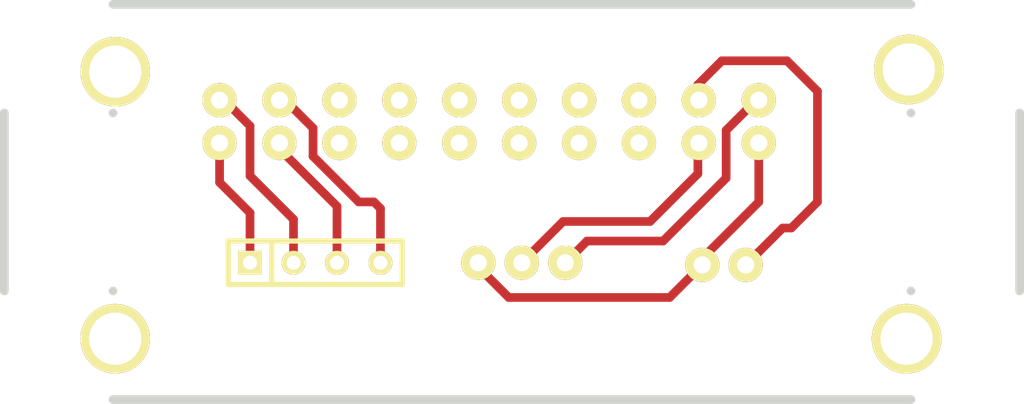
<source format=kicad_pcb>
(kicad_pcb (version 4) (host json2kicad_pcb "2020-04-13 11:59:18")

  (general
    (links 0)
    (no_connects 0)
    (area -28.575 -15.75 30.734 15.75)
    (thickness 1.6002)
    (drawings 0)
    (tracks 43)
    (zones 0)
    (modules 8)
    (nets 79)
  )

  (page A3)
  (title_block
    (date "30 dec 2015")
  )

  (layers
  (0 B.Cu signal)
  (1 Inner1.Cu signal)
  (2 Inner2.Cu signal)
  (15 F.Cu signal)
  (20 B.SilkS user)
  (21 F.SilkS user)
  (22 B.Paste user)
  (23 F.Paste user)
  (24 Dwgs.User user)
  (25 Cmts.User user)
  (26 Eco1.User user)
  (27 Eco2.User user)
  (28 Edge.Cuts user)
  (31 B.Cu signal)
  (32 B.Adhes user)
  (33 F.Adhes user)
  (34 B.Paste user)
  (35 F.Paste user)
  (36 B.SilkS user)
  (37 F.SilkS user)
  (38 B.Mask user)
  (39 F.Mask user)
  (40 Dwgs.User user)
  (41 Cmts.User user)
  (42 Eco1.User user)
  (43 Eco2.User user)
  (44 Edge.Cuts user)
  )

  (setup
(last_trace_width 0.254)
    (trace_clearance 0.254)
    (zone_clearance 0.508)
    (zone_45_only no)
    (trace_min 0.254)
    (segment_width 0.2)
    (edge_width 0.1)
    (via_size 1.19888)
    (via_drill 0.635)
    (via_min_size 0.889)
    (via_min_drill 0.508)
    (uvia_size 0.508)
    (uvia_drill 0.127)
    (uvias_allowed no)
    (uvia_min_size 0.508)
    (uvia_min_drill 0.127)
    (pcb_text_width 0.3)
    (pcb_text_size 1.5 1.5)
    (mod_edge_width 0.15)
    (mod_text_size 1 1)
    (mod_text_width 0.15)
    (pad_size 1.5 1.5)
    (pad_drill 0.6)
    (pad_to_mask_clearance 0)
    (aux_axis_origin 0 0)
    (visible_elements 7FFFFFFF)
    (pcbplotparams
      (layerselection 0x00030_80000001)
      (usegerberextensions true)
      (excludeedgelayer true)
      (linewidth 0.150000)
      (plotframeref false)
      (viasonmask false)
      (mode 1)
      (useauxorigin false)
      (hpglpennumber 1)
      (hpglpenspeed 20)
      (hpglpendiameter 15)
      (hpglpenoverlay 2)
      (psnegative false)
      (psa4output false)
      (plotreference true)
      (plotvalue true)
      (plotinvisibletext false)
      (padsonsilk false)
      (subtractmaskfromsilk false)
      (outputformat 1)
      (mirror false)
      (drillshape 1)
      (scaleselection 1)
      (outputdirectory ""))
  )

  (net 0 "")
  (net 1 "N-00001")
  (net 2 "N-00002")
  (net 3 "N-00003")
  (net 4 "N-00004")
  (net 5 "N-00005")
  (net 6 "N-00006")
  (net 7 "N-00007")
  (net 8 "N-00008")
  (net 9 "N-00009")
  (net 10 "N-00010")
  (net 11 "N-00011")
  (net 12 "N-00012")
  (net 13 "N-00013")
  (net 14 "N-00014")
  (net 15 "N-00015")
  (net 16 "N-00016")
  (net 17 "N-00017")
  (net 18 "N-00018")
  (net 19 "N-00019")
  (net 20 "N-00020")
  (net 21 "N-00021")
  (net 22 "N-00022")
  (net 23 "N-00023")
  (net 24 "N-00024")
  (net 25 "N-00025")
  (net 26 "N-00026")
  (net 27 "N-00027")
  (net 28 "N-00028")
  (net 29 "N-00029")
  (net 30 "N-00030")
  (net 31 "N-00031")
  (net 32 "N-00032")
  (net 33 "N-00033")
  (net 34 "N-00034")
  (net 35 "N-00035")
  (net 36 "N-00036")
  (net 37 "N-00037")
  (net 38 "N-00038")
  (net 39 "N-00039")
  (net 40 "N-00040")
  (net 41 "N-00041")
  (net 42 "N-00042")
  (net 43 "N-00043")
  (net 44 "N-00044")
  (net 45 "N-00045")
  (net 46 "N-00046")
  (net 47 "N-00047")
  (net 48 "N-00048")
  (net 49 "N-00049")
  (net 50 "N-00050")
  (net 51 "N-00051")
  (net 52 "N-00052")
  (net 53 "N-00053")
  (net 54 "N-00054")
  (net 55 "N-00055")
  (net 56 "N-00056")
  (net 57 "N-00057")
  (net 58 "N-00058")
  (net 59 "N-00059")
  (net 60 "N-00060")
  (net 61 "N-00061")
  (net 62 "N-00062")
  (net 63 "N-00063")
  (net 64 "N-00064")
  (net 65 "N-00065")
  (net 66 "N-00066")
  (net 67 "N-00067")
  (net 68 "N-00068")
  (net 69 "N-00069")
  (net 70 "N-00070")
  (net 75 "N-00075")
  (net 80 "N-00080")
  (net 76 "N-00076")
  (net 81 "N-00081")
  (net 82 "N-00082")
  (net 83 "N-00083")
  (net 84 "N-00084")
  (net 85 "N-00085")

  (net_class Default "This is the default net class."
    (via_dia 1.19888)
    (via_drill 0.635)
    (uvia_drill 0.127)
    (trace_width 0.254)
    (uvia_dia 0.508)
    (clearance 0.254)
    (add_net "")
    (add_net "N-00001")
    (add_net "N-00002")
    (add_net "N-00003")
    (add_net "N-00004")
    (add_net "N-00005")
    (add_net "N-00006")
    (add_net "N-00007")
    (add_net "N-00008")
    (add_net "N-00009")
    (add_net "N-00010")
    (add_net "N-00011")
    (add_net "N-00012")
    (add_net "N-00013")
    (add_net "N-00014")
    (add_net "N-00015")
    (add_net "N-00016")
    (add_net "N-00017")
    (add_net "N-00018")
    (add_net "N-00019")
    (add_net "N-00020")
    (add_net "N-00021")
    (add_net "N-00022")
    (add_net "N-00023")
    (add_net "N-00024")
    (add_net "N-00025")
    (add_net "N-00026")
    (add_net "N-00027")
    (add_net "N-00028")
    (add_net "N-00029")
    (add_net "N-00030")
    (add_net "N-00031")
    (add_net "N-00024")
    (add_net "N-00025")
    (add_net "N-00026")
    (add_net "N-00027")
    (add_net "N-00020")
    (add_net "N-00021")
    (add_net "N-00022")
    (add_net "N-00023")
    (add_net "N-00040")
    (add_net "N-00041")
    (add_net "N-00042")
    (add_net "N-00043")
    (add_net "N-00028")
    (add_net "N-00029")
    (add_net "N-00046")
    (add_net "N-00047")
    (add_net "N-00048")
    (add_net "")
    (add_net "N-00050")
    (add_net "N-00051")
    (add_net "N-00052")
    (add_net "N-00004")
    (add_net "N-00054")
    (add_net "N-00055")
    (add_net "N-00056")
    (add_net "N-00008")
    (add_net "N-00058")
    (add_net "N-00059")
    (add_net "N-00060")
    (add_net "N-00061")
    (add_net "N-00062")
    (add_net "N-00063")
    (add_net "N-00064")
    (add_net "N-00065")
    (add_net "N-00066")
    (add_net "N-00067")
    (add_net "N-00068")
    (add_net "N-00069")
    (add_net "N-00070")
    (add_net "N-00075")
    (add_net "N-00076")
    (add_net "N-00080")
    (add_net "N-00081")
    (add_net "N-00082")
    (add_net "N-00083")
    (add_net "N-00084")
    (add_net "N-00085")
    (add_net "N-00059")
    (add_net "N-00058")
    (add_net "N-00055")
    (add_net "N-00054")
    (add_net "N-00057")
    (add_net "N-00056")
    (add_net "N-00051")
    (add_net "N-00050")
    (add_net "N-00053")
    (add_net "N-00052")
    (add_net "N-00082")
    (add_net "N-00039")
    (add_net "N-00080")
    (add_net "N-00081")
    (add_net "N-00084")
    (add_net "N-00085")
    (add_net "N-00003")
    (add_net "N-00007")
    (add_net "N-00032")
    (add_net "N-00033")
    (add_net "N-00034")
    (add_net "N-00035")
    (add_net "N-00036")
    (add_net "N-00037")
    (add_net "N-00039")
    (add_net "N-00038")
    (add_net "N-00038")
    (add_net "N-00033")
    (add_net "N-00032")
    (add_net "N-00031")
    (add_net "N-00030")
    (add_net "N-00037")
    (add_net "N-00036")
    (add_net "N-00035")
    (add_net "N-00034")
    (add_net "N-00044")
    (add_net "N-00045")
    (add_net "N-00060")
    (add_net "N-00061")
    (add_net "N-00062")
    (add_net "N-00063")
    (add_net "N-00064")
    (add_net "N-00065")
    (add_net "N-00066")
    (add_net "N-00067")
    (add_net "N-00068")
    (add_net "N-00069")
    (add_net "N-00049")
    (add_net "N-00002")
    (add_net "N-00006")
    (add_net "N-00053")
    (add_net "N-00057")
    (add_net "N-00011")
    (add_net "N-00010")
    (add_net "N-00013")
    (add_net "N-00012")
    (add_net "N-00015")
    (add_net "N-00014")
    (add_net "N-00017")
    (add_net "N-00016")
    (add_net "N-00019")
    (add_net "N-00018")
    (add_net "N-00083")
    (add_net "N-00048")
    (add_net "N-00049")
    (add_net "N-00046")
    (add_net "N-00047")
    (add_net "N-00044")
    (add_net "N-00045")
    (add_net "N-00042")
    (add_net "N-00043")
    (add_net "N-00040")
    (add_net "N-00041")
    (add_net "N-00001")
    (add_net "N-00005")
    (add_net "N-00009")
    (add_net "N-00076")
    (add_net "N-00075")
    (add_net "N-00070")
  )
  (module "meow"
    (layer "F.Cu")
    (tedit 0)
    (tstamp 0)
    (at -0.254 -7.366 90.00)
    (fp_text reference ""
      (at 0.0 0.0 0.00)
      (layer F.SilkS)
      (effects (font (size 0.0 0.0)
        (thickness 0.0)))
    )
    (fp_text reference ""
      (at 0.0 0.0 0.00)
      (layer F.SilkS)
      (effects (font (size 0.0 0.0)
        (thickness 0.0)))
    )
    (pad 1 thru_hole circle (at -1.25 -15.75 90.00) (size 2.0 2.0) (drill 1.0) (layers "B.Cu" "Inner1.Cu" "Inner2.Cu" "F.Cu" "F.SilkS" "B.Paste" "F.Paste") (net 51 N-00051))
    (pad 2 thru_hole circle (at 1.25 -15.75 90.00) (size 2.0 2.0) (drill 1.0) (layers "B.Cu" "Inner1.Cu" "Inner2.Cu" "F.Cu" "F.SilkS" "B.Paste" "F.Paste") (net 52 N-00052))
    (pad 3 thru_hole circle (at -1.25 -12.25 90.00) (size 2.0 2.0) (drill 1.0) (layers "B.Cu" "Inner1.Cu" "Inner2.Cu" "F.Cu" "F.SilkS" "B.Paste" "F.Paste") (net 53 N-00053))
    (pad 4 thru_hole circle (at 1.25 -12.25 90.00) (size 2.0 2.0) (drill 1.0) (layers "B.Cu" "Inner1.Cu" "Inner2.Cu" "F.Cu" "F.SilkS" "B.Paste" "F.Paste") (net 54 N-00054))
    (pad 5 thru_hole circle (at -1.25 -8.75 90.00) (size 2.0 2.0) (drill 1.0) (layers "B.Cu" "Inner1.Cu" "Inner2.Cu" "F.Cu" "F.SilkS" "B.Paste" "F.Paste") (net 55 N-00055))
    (pad 6 thru_hole circle (at 1.25 -8.75 90.00) (size 2.0 2.0) (drill 1.0) (layers "B.Cu" "Inner1.Cu" "Inner2.Cu" "F.Cu" "F.SilkS" "B.Paste" "F.Paste") (net 56 N-00056))
    (pad 7 thru_hole circle (at -1.25 -5.25 90.00) (size 2.0 2.0) (drill 1.0) (layers "B.Cu" "Inner1.Cu" "Inner2.Cu" "F.Cu" "F.SilkS" "B.Paste" "F.Paste") (net 57 N-00057))
    (pad 8 thru_hole circle (at 1.25 -5.25 90.00) (size 2.0 2.0) (drill 1.0) (layers "B.Cu" "Inner1.Cu" "Inner2.Cu" "F.Cu" "F.SilkS" "B.Paste" "F.Paste") (net 58 N-00058))
    (pad 9 thru_hole circle (at -1.25 -1.75 90.00) (size 2.0 2.0) (drill 1.0) (layers "B.Cu" "Inner1.Cu" "Inner2.Cu" "F.Cu" "F.SilkS" "B.Paste" "F.Paste") (net 59 N-00059))
    (pad 10 thru_hole circle (at 1.25 -1.75 90.00) (size 2.0 2.0) (drill 1.0) (layers "B.Cu" "Inner1.Cu" "Inner2.Cu" "F.Cu" "F.SilkS" "B.Paste" "F.Paste") (net 60 N-00060))
    (pad 11 thru_hole circle (at -1.25 1.75 90.00) (size 2.0 2.0) (drill 1.0) (layers "B.Cu" "Inner1.Cu" "Inner2.Cu" "F.Cu" "F.SilkS" "B.Paste" "F.Paste") (net 61 N-00061))
    (pad 12 thru_hole circle (at 1.25 1.75 90.00) (size 2.0 2.0) (drill 1.0) (layers "B.Cu" "Inner1.Cu" "Inner2.Cu" "F.Cu" "F.SilkS" "B.Paste" "F.Paste") (net 62 N-00062))
    (pad 13 thru_hole circle (at -1.25 5.25 90.00) (size 2.0 2.0) (drill 1.0) (layers "B.Cu" "Inner1.Cu" "Inner2.Cu" "F.Cu" "F.SilkS" "B.Paste" "F.Paste") (net 63 N-00063))
    (pad 14 thru_hole circle (at 1.25 5.25 90.00) (size 2.0 2.0) (drill 1.0) (layers "B.Cu" "Inner1.Cu" "Inner2.Cu" "F.Cu" "F.SilkS" "B.Paste" "F.Paste") (net 64 N-00064))
    (pad 15 thru_hole circle (at -1.25 8.75 90.00) (size 2.0 2.0) (drill 1.0) (layers "B.Cu" "Inner1.Cu" "Inner2.Cu" "F.Cu" "F.SilkS" "B.Paste" "F.Paste") (net 65 N-00065))
    (pad 16 thru_hole circle (at 1.25 8.75 90.00) (size 2.0 2.0) (drill 1.0) (layers "B.Cu" "Inner1.Cu" "Inner2.Cu" "F.Cu" "F.SilkS" "B.Paste" "F.Paste") (net 66 N-00066))
    (pad 17 thru_hole circle (at -1.25 12.25 90.00) (size 2.0 2.0) (drill 1.0) (layers "B.Cu" "Inner1.Cu" "Inner2.Cu" "F.Cu" "F.SilkS" "B.Paste" "F.Paste") (net 67 N-00067))
    (pad 18 thru_hole circle (at 1.25 12.25 90.00) (size 2.0 2.0) (drill 1.0) (layers "B.Cu" "Inner1.Cu" "Inner2.Cu" "F.Cu" "F.SilkS" "B.Paste" "F.Paste") (net 68 N-00068))
    (pad 19 thru_hole circle (at -1.25 15.75 90.00) (size 2.0 2.0) (drill 1.0) (layers "B.Cu" "Inner1.Cu" "Inner2.Cu" "F.Cu" "F.SilkS" "B.Paste" "F.Paste") (net 69 N-00069))
    (pad 20 thru_hole circle (at 1.25 15.75 90.00) (size 2.0 2.0) (drill 1.0) (layers "B.Cu" "Inner1.Cu" "Inner2.Cu" "F.Cu" "F.SilkS" "B.Paste" "F.Paste") (net 70 N-00070))
  )

  (module "meow"
    (layer "F.Cu")
    (tedit 0)
    (tstamp 0)
    (at 1.651 0.889 90.00)
    (fp_text reference ""
      (at 0.0 0.0 0.00)
      (layer F.SilkS)
      (effects (font (size 0.0 0.0)
        (thickness 0.0)))
    )
    (fp_text reference ""
      (at 0.0 0.0 0.00)
      (layer F.SilkS)
      (effects (font (size 0.0 0.0)
        (thickness 0.0)))
    )
    (pad 1 thru_hole circle (at 0.0 -2.54 90.00) (size 2.0 2.0) (drill 1.0) (layers "B.Cu" "Inner1.Cu" "Inner2.Cu" "F.Cu" "F.SilkS" "B.Paste" "F.Paste") (net 69 N-00069))
    (pad 2 thru_hole circle (at 0.0 0.0 90.00) (size 2.0 2.0) (drill 1.0) (layers "B.Cu" "Inner1.Cu" "Inner2.Cu" "F.Cu" "F.SilkS" "B.Paste" "F.Paste") (net 67 N-00067))
    (pad 3 thru_hole circle (at 0.0 2.54 90.00) (size 2.0 2.0) (drill 1.0) (layers "B.Cu" "Inner1.Cu" "Inner2.Cu" "F.Cu" "F.SilkS" "B.Paste" "F.Paste") (net 70 N-00070))
  )

  (segment (start 10.287 2.921) (end 12.192 1.016) (width 0.508) (layer B.Cu) (net 69))
  (module "meow"
    (layer "F.Cu")
    (tedit 0)
    (tstamp 0)
    (at 13.462 1.016 90.00)
    (fp_text reference ""
      (at 0.0 0.0 0.00)
      (layer F.SilkS)
      (effects (font (size 0.0 0.0)
        (thickness 0.0)))
    )
    (fp_text reference ""
      (at 0.0 0.0 0.00)
      (layer F.SilkS)
      (effects (font (size 0.0 0.0)
        (thickness 0.0)))
    )
    (pad 1 thru_hole circle (at 0.0 -1.27 90.00) (size 2.0 2.0) (drill 1.0) (layers "B.Cu" "Inner1.Cu" "Inner2.Cu" "F.Cu" "F.SilkS" "B.Paste" "F.Paste") (net 69 N-00069))
    (pad 2 thru_hole circle (at 0.0 1.27 90.00) (size 2.0 2.0) (drill 1.0) (layers "B.Cu" "Inner1.Cu" "Inner2.Cu" "F.Cu" "F.SilkS" "B.Paste" "F.Paste") (net 68 N-00068))
  )

  (segment (start 11.938 -8.636) (end 11.938 -9.525) (width 0.508) (layer B.Cu) (net 68))
  (segment (start 11.938 -9.525) (end 13.335 -10.922) (width 0.508) (layer B.Cu) (net 68))
  (segment (start 13.335 -10.922) (end 17.145 -10.922) (width 0.508) (layer B.Cu) (net 68))
  (segment (start 17.145 -10.922) (end 18.923 -9.144) (width 0.508) (layer B.Cu) (net 68))
  (segment (start 18.923 -9.144) (end 18.923 -2.667) (width 0.508) (layer B.Cu) (net 68))
  (segment (start 18.923 -2.667) (end 17.399 -1.143) (width 0.508) (layer B.Cu) (net 68))
  (segment (start 17.399 -1.143) (end 16.891 -1.143) (width 0.508) (layer B.Cu) (net 68))
  (segment (start 16.891 -1.143) (end 14.732 1.016) (width 0.508) (layer B.Cu) (net 68))
  (segment (start 15.494 -6.096) (end 15.494 -2.667) (width 0.508) (layer B.Cu) (net 69))
  (segment (start 15.494 -2.667) (end 12.192 0.635) (width 0.508) (layer B.Cu) (net 69))
  (segment (start 12.192 0.635) (end 12.192 1.016) (width 0.508) (layer B.Cu) (net 69))
  (segment (start 15.494 -8.636) (end 15.367 -8.636) (width 0.508) (layer B.Cu) (net 70))
  (segment (start 15.367 -8.636) (end 13.589 -6.858) (width 0.508) (layer B.Cu) (net 70))
  (segment (start 13.589 -6.858) (end 13.589 -4.064) (width 0.508) (layer B.Cu) (net 70))
  (segment (start 13.589 -4.064) (end 9.906 -0.381) (width 0.508) (layer B.Cu) (net 70))
  (segment (start 9.906 -0.381) (end 5.461 -0.381) (width 0.508) (layer B.Cu) (net 70))
  (segment (start 5.461 -0.381) (end 4.191 0.889) (width 0.508) (layer B.Cu) (net 70))
  (segment (start 11.938 -6.096) (end 11.938 -4.318) (width 0.508) (layer B.Cu) (net 67))
  (segment (start 11.938 -4.318) (end 9.144 -1.524) (width 0.508) (layer B.Cu) (net 67))
  (segment (start 9.144 -1.524) (end 4.064 -1.524) (width 0.508) (layer B.Cu) (net 67))
  (segment (start 4.064 -1.524) (end 1.651 0.889) (width 0.508) (layer B.Cu) (net 67))
  (segment (start -0.889 0.889) (end -0.889 1.143) (width 0.508) (layer B.Cu) (net 69))
  (segment (start -0.889 1.143) (end 0.889 2.921) (width 0.508) (layer B.Cu) (net 69))
  (segment (start 0.889 2.921) (end 10.287 2.921) (width 0.508) (layer B.Cu) (net 69))
  (module "SIL-4"
    (layer "F.Cu")
    (tedit 0)
    (tstamp 0)
    (at -10.414 0.889 0.00)
    (fp_text reference "SIL-4"
      (at -2.54 0.0 0.00)
      (layer F.SilkS)
      (effects (font (size 1.08712 0.0)
        (thickness 0.0)))
    )
    (fp_text value "Val**"
      (at -2.54 0.0 0.00)
      (layer F.SilkS)
      (effects (font (size 1.016 0.0)
        (thickness 0.0)))
    )
    (fp_line (start -5.08 -1.27) (end -5.08 -1.27) (layer F.SilkS) (width 0.3048))
    (fp_line (start -5.08 1.27) (end -5.08 -1.27) (layer F.SilkS) (width 0.3048))
    (fp_line (start -5.08 -1.27) (end -5.08 -1.27) (layer F.SilkS) (width 0.3048))
    (fp_line (start -5.08 -1.27) (end 5.08 -1.27) (layer F.SilkS) (width 0.3048))
    (fp_line (start 5.08 -1.27) (end 5.08 1.27) (layer F.SilkS) (width 0.3048))
    (fp_line (start 5.08 1.27) (end -5.08 1.27) (layer F.SilkS) (width 0.3048))
    (fp_line (start -2.54 1.27) (end -2.54 -1.27) (layer F.SilkS) (width 0.3048))
    (pad 1 thru_hole rect (at -3.81 0.0 0.00) (size 1.397 1.397) (drill 0.8128) (layers "B.Cu" "Inner1.Cu" "Inner2.Cu" "F.Cu" "F.SilkS" "B.Paste" "F.Paste") (net 51 N-00051))
    (pad 2 thru_hole circle (at -1.27 0.0 0.00) (size 1.397 1.397) (drill 0.8128) (layers "B.Cu" "Inner1.Cu" "Inner2.Cu" "F.Cu" "F.SilkS" "B.Paste" "F.Paste") (net 52 N-00052))
    (pad 3 thru_hole circle (at 1.27 0.0 0.00) (size 1.397 1.397) (drill 0.8128) (layers "B.Cu" "Inner1.Cu" "Inner2.Cu" "F.Cu" "F.SilkS" "B.Paste" "F.Paste") (net 53 N-00053))
    (pad 4 thru_hole circle (at 3.81 0.0 0.00) (size 1.397 1.397) (drill 0.8128) (layers "B.Cu" "Inner1.Cu" "Inner2.Cu" "F.Cu" "F.SilkS" "B.Paste" "F.Paste") (net 54 N-00054))
  )

  (segment (start -12.446 -8.636) (end -12.192 -8.636) (width 0.508) (layer B.Cu) (net 54))
  (segment (start -12.192 -8.636) (end -10.541 -6.985) (width 0.508) (layer B.Cu) (net 54))
  (segment (start -10.541 -6.985) (end -10.541 -5.334) (width 0.508) (layer B.Cu) (net 54))
  (segment (start -10.541 -5.334) (end -7.874 -2.667) (width 0.508) (layer B.Cu) (net 54))
  (segment (start -7.874 -2.667) (end -6.985 -2.667) (width 0.508) (layer B.Cu) (net 54))
  (segment (start -6.985 -2.667) (end -6.604 -2.286) (width 0.508) (layer B.Cu) (net 54))
  (segment (start -6.604 -2.286) (end -6.604 0.889) (width 0.508) (layer B.Cu) (net 54))
  (segment (start -12.446 -6.096) (end -12.446 -5.715) (width 0.508) (layer B.Cu) (net 53))
  (segment (start -12.446 -5.715) (end -9.144 -2.413) (width 0.508) (layer B.Cu) (net 53))
  (segment (start -9.144 -2.413) (end -9.144 0.889) (width 0.508) (layer B.Cu) (net 53))
  (segment (start -16.002 -8.636) (end -15.748 -8.636) (width 0.508) (layer B.Cu) (net 52))
  (segment (start -15.748 -8.636) (end -14.224 -7.112) (width 0.508) (layer B.Cu) (net 52))
  (segment (start -14.224 -7.112) (end -14.224 -4.191) (width 0.508) (layer B.Cu) (net 52))
  (segment (start -14.224 -4.191) (end -11.684 -1.651) (width 0.508) (layer B.Cu) (net 52))
  (segment (start -11.684 -1.651) (end -11.684 0.889) (width 0.508) (layer B.Cu) (net 52))
  (segment (start -16.002 -6.096) (end -16.002 -3.81) (width 0.508) (layer B.Cu) (net 51))
  (segment (start -16.002 -3.81) (end -14.224 -2.032) (width 0.508) (layer B.Cu) (net 51))
  (segment (start -14.224 -2.032) (end -14.224 0.889) (width 0.508) (layer B.Cu) (net 51))
  (module "1pin"
    (layer "F.Cu")
    (tedit 0)
    (tstamp 0)
    (at -22.098 -10.287 0.00)
    (fp_text reference "1PIN"
      (at -3.048 0.0 0.00)
      (layer F.SilkS)
      (effects (font (size 1.016 0.0)
        (thickness 0.0)))
    )
    (fp_text value "P***"
      (at 2.794 0.0 0.00)
      (layer F.SilkS)
      (effects (font (size 1.016 0.0)
        (thickness 0.0)))
    )
    (pad 1 thru_hole circle (at 0.0 0.0 0.00) (size 4.064 4.064) (drill 3.048) (layers "B.Cu" "Inner1.Cu" "Inner2.Cu" "F.Cu" "F.SilkS" "B.Paste" "F.Paste") (net 82 N-00082))
  )

  (module "1pin"
    (layer "F.Cu")
    (tedit 0)
    (tstamp 0)
    (at 24.257 -10.414 0.00)
    (fp_text reference "1PIN"
      (at -3.048 0.0 0.00)
      (layer F.SilkS)
      (effects (font (size 1.016 0.0)
        (thickness 0.0)))
    )
    (fp_text value "P***"
      (at 2.794 0.0 0.00)
      (layer F.SilkS)
      (effects (font (size 1.016 0.0)
        (thickness 0.0)))
    )
    (pad 1 thru_hole circle (at 0.0 0.0 0.00) (size 4.064 4.064) (drill 3.048) (layers "B.Cu" "Inner1.Cu" "Inner2.Cu" "F.Cu" "F.SilkS" "B.Paste" "F.Paste") (net 83 N-00083))
  )

  (module "1pin"
    (layer "F.Cu")
    (tedit 0)
    (tstamp 0)
    (at -22.098 5.334 0.00)
    (fp_text reference "1PIN"
      (at -3.048 0.0 0.00)
      (layer F.SilkS)
      (effects (font (size 1.016 0.0)
        (thickness 0.0)))
    )
    (fp_text value "P***"
      (at 2.794 0.0 0.00)
      (layer F.SilkS)
      (effects (font (size 1.016 0.0)
        (thickness 0.0)))
    )
    (pad 1 thru_hole circle (at 0.0 0.0 0.00) (size 4.064 4.064) (drill 3.048) (layers "B.Cu" "Inner1.Cu" "Inner2.Cu" "F.Cu" "F.SilkS" "B.Paste" "F.Paste") (net 84 N-00084))
  )

  (module "1pin"
    (layer "F.Cu")
    (tedit 0)
    (tstamp 0)
    (at 24.13 5.334 0.00)
    (fp_text reference "1PIN"
      (at -3.048 0.0 0.00)
      (layer F.SilkS)
      (effects (font (size 1.016 0.0)
        (thickness 0.0)))
    )
    (fp_text value "P***"
      (at 2.794 0.0 0.00)
      (layer F.SilkS)
      (effects (font (size 1.016 0.0)
        (thickness 0.0)))
    )
    (pad 1 thru_hole circle (at 0.0 0.0 0.00) (size 4.064 4.064) (drill 3.048) (layers "B.Cu" "Inner1.Cu" "Inner2.Cu" "F.Cu" "F.SilkS" "B.Paste" "F.Paste") (net 85 N-00085))
  )

  (gr_line (start -22.225 -14.224) (end 24.384 -14.224) (angle 51566.20) (width 0.508) (layer Edge.Cuts))
  (gr_line (start -22.225 8.89) (end 24.384 8.89) (angle 51566.20) (width 0.508) (layer Edge.Cuts))
  (gr_line (start -28.575 -7.874) (end -28.575 2.54) (angle 51566.20) (width 0.508) (layer Edge.Cuts))
  (gr_line (start 30.734 -7.874) (end 30.734 2.54) (angle 51566.20) (width 0.508) (layer Edge.Cuts))
  (gr_line (start -22.225 -7.874) (end -22.225 -7.874) (angle -90.00) (width 0.508) (layer Edge.Cuts))
  (gr_line (start 24.384 -7.874) (end 24.384 -7.874) (angle -90.00) (width 0.508) (layer Edge.Cuts))
  (gr_line (start 24.384 2.54) (end 24.384 2.54) (angle -90.00) (width 0.508) (layer Edge.Cuts))
  (gr_line (start -22.225 2.54) (end -22.225 2.54) (angle -90.00) (width 0.508) (layer Edge.Cuts))
)

</source>
